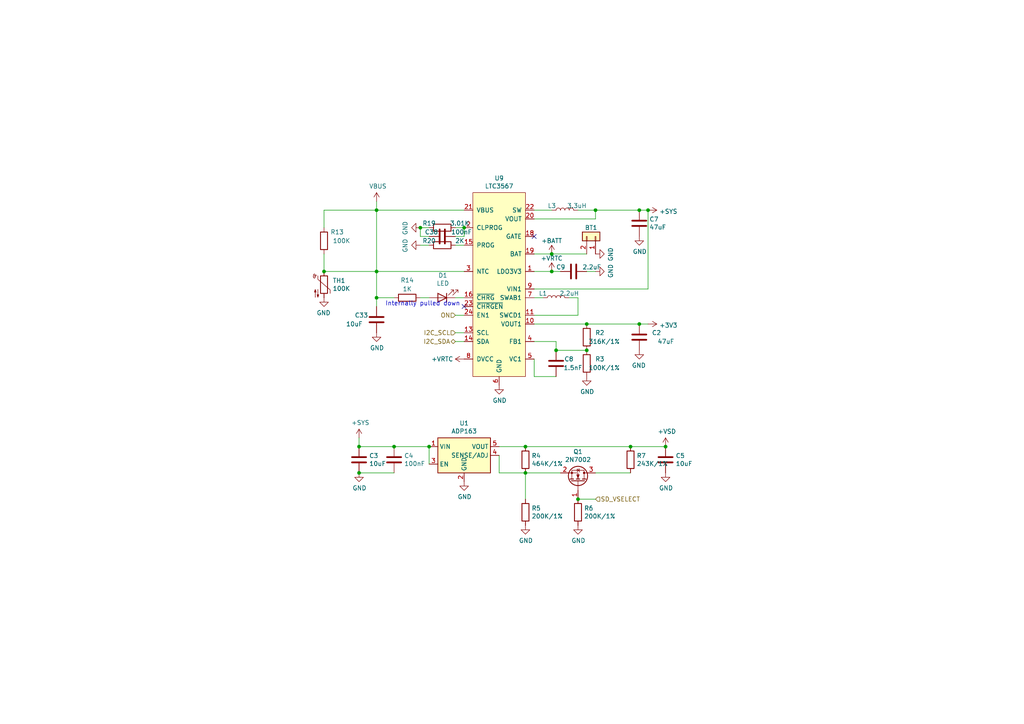
<source format=kicad_sch>
(kicad_sch (version 20210126) (generator eeschema)
  (paper "A4")
  (title_block (title "SitinaNe") (rev "R0.2") (company "Wenting"))
  (lib_symbols
    (symbol "Connector_Generic:Conn_01x02" (pin_names (offset 1.016) hide)
      (property "Reference" "J" (at 0 2.54 0))
      (property "Value" "Conn_01x02" (at 0 -5.08 0))
      (symbol "Conn_01x02_1_1"
        (rectangle (start -1.27 -2.413) (end 0 -2.667) (stroke (width 0.1524)))
        (rectangle (start -1.27 0.127) (end 0 -0.127) (stroke (width 0.1524)))
        (rectangle (start -1.27 1.27) (end 1.27 -3.81) (stroke (width 0.254)) (fill (type background)))
        (pin passive line (at -5.08 0 0) (length 3.81) (name "Pin_1") (number "1"))
        (pin passive line (at -5.08 -2.54 0) (length 3.81) (name "Pin_2") (number "2"))
      )
    )
    (symbol "Device:C" (pin_numbers hide) (pin_names (offset 0.254))
      (property "Reference" "C" (at 0.635 2.54 0))
      (property "Value" "C" (at 0.635 -2.54 0))
      (symbol "C_0_1"
        (polyline (pts (xy -2.032 -0.762) (xy 2.032 -0.762)) (stroke (width 0.508)))
        (polyline (pts (xy -2.032 0.762) (xy 2.032 0.762)) (stroke (width 0.508)))
      )
      (symbol "C_1_1"
        (pin passive line (at 0 3.81 270) (length 2.794) (name "~") (number "1"))
        (pin passive line (at 0 -3.81 90) (length 2.794) (name "~") (number "2"))
      )
    )
    (symbol "Device:L" (pin_numbers hide) (pin_names (offset 1.016) hide)
      (property "Reference" "L" (at -1.27 0 90))
      (property "Value" "L" (at 1.905 0 90))
      (symbol "L_0_1"
        (arc (start 0 -2.54) (end 0 -1.27) (radius (at 0 -1.905) (length 0.635) (angles -89.9 89.9)))
        (arc (start 0 -1.27) (end 0 0) (radius (at 0 -0.635) (length 0.635) (angles -89.9 89.9)))
        (arc (start 0 0) (end 0 1.27) (radius (at 0 0.635) (length 0.635) (angles -89.9 89.9)))
        (arc (start 0 1.27) (end 0 2.54) (radius (at 0 1.905) (length 0.635) (angles -89.9 89.9)))
      )
      (symbol "L_1_1"
        (pin passive line (at 0 3.81 270) (length 1.27) (name "1") (number "1"))
        (pin passive line (at 0 -3.81 90) (length 1.27) (name "2") (number "2"))
      )
    )
    (symbol "Device:LED" (pin_numbers hide) (pin_names (offset 1.016) hide)
      (property "Reference" "D" (at 0 2.54 0))
      (property "Value" "LED" (at 0 -2.54 0))
      (symbol "LED_0_1"
        (polyline (pts (xy -1.27 -1.27) (xy -1.27 1.27)) (stroke (width 0.254)))
        (polyline (pts (xy -1.27 0) (xy 1.27 0)))
        (polyline (pts (xy 1.27 -1.27) (xy 1.27 1.27) (xy -1.27 0) (xy 1.27 -1.27)) (stroke (width 0.254)))
        (polyline (pts (xy -3.048 -0.762) (xy -4.572 -2.286) (xy -3.81 -2.286) (xy -4.572 -2.286) (xy -4.572 -1.524)))
        (polyline (pts (xy -1.778 -0.762) (xy -3.302 -2.286) (xy -2.54 -2.286) (xy -3.302 -2.286) (xy -3.302 -1.524)))
      )
      (symbol "LED_1_1"
        (pin passive line (at -3.81 0 0) (length 2.54) (name "K") (number "1"))
        (pin passive line (at 3.81 0 180) (length 2.54) (name "A") (number "2"))
      )
    )
    (symbol "Device:R" (pin_numbers hide) (pin_names (offset 0))
      (property "Reference" "R" (at 2.032 0 90))
      (property "Value" "R" (at 0 0 90))
      (symbol "R_0_1"
        (rectangle (start -1.016 -2.54) (end 1.016 2.54) (stroke (width 0.254)))
      )
      (symbol "R_1_1"
        (pin passive line (at 0 3.81 270) (length 1.27) (name "~") (number "1"))
        (pin passive line (at 0 -3.81 90) (length 1.27) (name "~") (number "2"))
      )
    )
    (symbol "Device:Thermistor_NTC" (pin_numbers hide) (pin_names (offset 0))
      (property "Reference" "TH" (at -4.445 0 90))
      (property "Value" "Thermistor_NTC" (at 3.175 0 90))
      (symbol "Thermistor_NTC_0_1"
        (arc (start -3.048 2.159) (end -3.175 2.413) (radius (at -3.2004 2.2352) (length 0.1778) (angles -26.5 81.8)))
        (arc (start -3.048 2.159) (end -2.794 1.905) (radius (at -2.794 2.159) (length 0.254) (angles 180 -90)))
        (arc (start -2.794 1.905) (end -2.54 2.159) (radius (at -2.794 2.159) (length 0.254) (angles -90 0)))
        (arc (start -2.54 2.794) (end -2.794 3.048) (radius (at -2.794 2.794) (length 0.254) (angles 0 90)))
        (arc (start -2.794 3.048) (end -3.048 2.794) (radius (at -2.794 2.794) (length 0.254) (angles 90 180)))
        (arc (start -3.048 2.794) (end -2.794 2.54) (radius (at -2.794 2.794) (length 0.254) (angles 180 -90)))
        (arc (start -2.794 2.54) (end -2.159 2.794) (radius (at -2.6416 3.0226) (length 0.508) (angles -107.5 -25.3)))
        (rectangle (start -1.016 2.54) (end 1.016 -2.54) (stroke (width 0.254)))
        (polyline (pts (xy -2.54 2.159) (xy -2.54 2.794)))
        (polyline (pts (xy -1.778 2.54) (xy -1.778 1.524) (xy 1.778 -1.524) (xy 1.778 -2.54)))
        (polyline (pts (xy -2.54 -3.683) (xy -2.54 -1.397) (xy -2.794 -2.159) (xy -2.286 -2.159) (xy -2.54 -1.397) (xy -2.54 -1.651)) (fill (type outline)))
        (polyline (pts (xy -1.778 -1.397) (xy -1.778 -3.683) (xy -2.032 -2.921) (xy -1.524 -2.921) (xy -1.778 -3.683) (xy -1.778 -3.429)) (fill (type outline)))
      )
      (symbol "Thermistor_NTC_1_1"
        (pin passive line (at 0 3.81 270) (length 1.27) (name "~") (number "1"))
        (pin passive line (at 0 -3.81 90) (length 1.27) (name "~") (number "2"))
      )
    )
    (symbol "Regulator_Linear:ADP7142AUJZ"
      (property "Reference" "U" (at 0 8.89 0))
      (property "Value" "ADP7142AUJZ" (at 0 6.35 0))
      (symbol "ADP7142AUJZ_0_1"
        (rectangle (start -7.62 5.08) (end 7.62 -5.08) (stroke (width 0.254)) (fill (type background)))
      )
      (symbol "ADP7142AUJZ_1_1"
        (pin power_in line (at -10.16 2.54 0) (length 2.54) (name "VIN") (number "1"))
        (pin power_in line (at 0 -7.62 90) (length 2.54) (name "GND") (number "2"))
        (pin input line (at -10.16 -2.54 0) (length 2.54) (name "EN") (number "3"))
        (pin input line (at 10.16 0 180) (length 2.54) (name "SENSE/ADJ") (number "4"))
        (pin power_out line (at 10.16 2.54 180) (length 2.54) (name "VOUT") (number "5"))
      )
    )
    (symbol "Sitina:+SYS" (power) (pin_names (offset 0))
      (property "Value" "+SYS" (at 0 3.556 0))
      (symbol "+SYS_0_1"
        (polyline (pts (xy -0.762 1.27) (xy 0 2.54)))
        (polyline (pts (xy 0 0) (xy 0 2.54)))
        (polyline (pts (xy 0 2.54) (xy 0.762 1.27)))
      )
      (symbol "+SYS_1_1"
        (pin power_in line (at 0 0 90) (length 0) hide (name "+SYS") (number "1"))
      )
    )
    (symbol "Sitina:+VRTC" (power) (pin_names (offset 0))
      (property "Value" "+VRTC" (at 0 3.556 0))
      (symbol "+VRTC_0_1"
        (polyline (pts (xy -0.762 1.27) (xy 0 2.54)))
        (polyline (pts (xy 0 0) (xy 0 2.54)))
        (polyline (pts (xy 0 2.54) (xy 0.762 1.27)))
      )
      (symbol "+VRTC_1_1"
        (pin power_in line (at 0 0 90) (length 0) hide (name "+VRTC") (number "1"))
      )
    )
    (symbol "Sitina:+VSD" (power) (pin_names (offset 0))
      (property "Value" "+VSD" (at 0 3.556 0))
      (symbol "+VSD_0_1"
        (polyline (pts (xy -0.762 1.27) (xy 0 2.54)))
        (polyline (pts (xy 0 0) (xy 0 2.54)))
        (polyline (pts (xy 0 2.54) (xy 0.762 1.27)))
      )
      (symbol "+VSD_1_1"
        (pin power_in line (at 0 0 90) (length 0) hide (name "+VSD") (number "1"))
      )
    )
    (symbol "Sitina:LTC3567" (pin_names (offset 1.016))
      (property "Reference" "U" (at 0 0 0))
      (property "Value" "LTC3567" (at 0 -2.54 0))
      (symbol "LTC3567_0_1"
        (rectangle (start -7.62 -5.08) (end 7.62 -58.42) (fill (type background)))
      )
      (symbol "LTC3567_1_1"
        (pin output line (at 10.16 -27.94 180) (length 2.54) (name "LDO3V3") (number "1"))
        (pin output line (at 10.16 -43.18 180) (length 2.54) (name "VOUT1") (number "10"))
        (pin input line (at 10.16 -40.64 180) (length 2.54) (name "SWCD1") (number "11"))
        (pin power_in line (at 0 -60.96 90) (length 2.54) hide (name "GND") (number "12"))
        (pin open_collector line (at -10.16 -45.72 0) (length 2.54) (name "SCL") (number "13"))
        (pin open_collector line (at -10.16 -48.26 0) (length 2.54) (name "SDA") (number "14"))
        (pin input line (at -10.16 -20.32 0) (length 2.54) (name "PROG") (number "15"))
        (pin output line (at -10.16 -35.56 0) (length 2.54) (name "~CHRG") (number "16"))
        (pin power_in line (at 0 -60.96 90) (length 2.54) hide (name "GND") (number "17"))
        (pin output line (at 10.16 -17.78 180) (length 2.54) (name "GATE") (number "18"))
        (pin input line (at 10.16 -22.86 180) (length 2.54) (name "BAT") (number "19"))
        (pin input line (at -10.16 -15.24 0) (length 2.54) (name "CLPROG") (number "2"))
        (pin output line (at 10.16 -12.7 180) (length 2.54) (name "VOUT") (number "20"))
        (pin input line (at -10.16 -10.16 0) (length 2.54) (name "VBUS") (number "21"))
        (pin output line (at 10.16 -10.16 180) (length 2.54) (name "SW") (number "22"))
        (pin input line (at -10.16 -38.1 0) (length 2.54) (name "~CHRGEN") (number "23"))
        (pin input line (at -10.16 -40.64 0) (length 2.54) (name "EN1") (number "24"))
        (pin power_in line (at 0 -60.96 90) (length 2.54) hide (name "GND") (number "25"))
        (pin input line (at -10.16 -27.94 0) (length 2.54) (name "NTC") (number "3"))
        (pin input line (at 10.16 -48.26 180) (length 2.54) (name "FB1") (number "4"))
        (pin input line (at 10.16 -53.34 180) (length 2.54) (name "VC1") (number "5"))
        (pin power_in line (at 0 -60.96 90) (length 2.54) (name "GND") (number "6"))
        (pin input line (at 10.16 -35.56 180) (length 2.54) (name "SWAB1") (number "7"))
        (pin input line (at -10.16 -53.34 0) (length 2.54) (name "DVCC") (number "8"))
        (pin input line (at 10.16 -33.02 180) (length 2.54) (name "VIN1") (number "9"))
      )
    )
    (symbol "Transistor_FET:2N7002" (pin_names hide)
      (property "Reference" "Q" (at 5.08 1.905 0))
      (property "Value" "2N7002" (at 5.08 0 0))
      (symbol "2N7002_0_1"
        (circle (center 1.651 0) (radius 2.794) (stroke (width 0.254)))
        (circle (center 2.54 -1.778) (radius 0.254) (fill (type outline)))
        (circle (center 2.54 1.778) (radius 0.254) (fill (type outline)))
        (polyline (pts (xy 0.254 0) (xy -2.54 0)))
        (polyline (pts (xy 0.254 1.905) (xy 0.254 -1.905)) (stroke (width 0.254)))
        (polyline (pts (xy 0.762 -1.27) (xy 0.762 -2.286)) (stroke (width 0.254)))
        (polyline (pts (xy 0.762 0.508) (xy 0.762 -0.508)) (stroke (width 0.254)))
        (polyline (pts (xy 0.762 2.286) (xy 0.762 1.27)) (stroke (width 0.254)))
        (polyline (pts (xy 2.54 2.54) (xy 2.54 1.778)))
        (polyline (pts (xy 2.54 -2.54) (xy 2.54 0) (xy 0.762 0)))
        (polyline (pts (xy 0.762 -1.778) (xy 3.302 -1.778) (xy 3.302 1.778) (xy 0.762 1.778)))
        (polyline (pts (xy 2.794 0.508) (xy 2.921 0.381) (xy 3.683 0.381) (xy 3.81 0.254)))
        (polyline (pts (xy 3.302 0.381) (xy 2.921 -0.254) (xy 3.683 -0.254) (xy 3.302 0.381)))
        (polyline (pts (xy 1.016 0) (xy 2.032 0.381) (xy 2.032 -0.381) (xy 1.016 0)) (fill (type outline)))
      )
      (symbol "2N7002_1_1"
        (pin input line (at -5.08 0 0) (length 2.54) (name "G") (number "1"))
        (pin passive line (at 2.54 -5.08 90) (length 2.54) (name "S") (number "2"))
        (pin passive line (at 2.54 5.08 270) (length 2.54) (name "D") (number "3"))
      )
    )
    (symbol "power:+3V3" (power) (pin_names (offset 0))
      (property "Value" "+3V3" (at 0 3.556 0))
      (symbol "+3V3_0_1"
        (polyline (pts (xy -0.762 1.27) (xy 0 2.54)))
        (polyline (pts (xy 0 0) (xy 0 2.54)))
        (polyline (pts (xy 0 2.54) (xy 0.762 1.27)))
      )
      (symbol "+3V3_1_1"
        (pin power_in line (at 0 0 90) (length 0) hide (name "+3V3") (number "1"))
      )
    )
    (symbol "power:+BATT" (power) (pin_names (offset 0))
      (property "Value" "+BATT" (at 0 3.556 0))
      (symbol "+BATT_0_1"
        (polyline (pts (xy -0.762 1.27) (xy 0 2.54)))
        (polyline (pts (xy 0 0) (xy 0 2.54)))
        (polyline (pts (xy 0 2.54) (xy 0.762 1.27)))
      )
      (symbol "+BATT_1_1"
        (pin power_in line (at 0 0 90) (length 0) hide (name "+BATT") (number "1"))
      )
    )
    (symbol "power:GND" (power) (pin_names (offset 0))
      (property "Value" "GND" (at 0 -3.81 0))
      (symbol "GND_0_1"
        (polyline (pts (xy 0 0) (xy 0 -1.27) (xy 1.27 -1.27) (xy 0 -2.54) (xy -1.27 -1.27) (xy 0 -1.27)))
      )
      (symbol "GND_1_1"
        (pin power_in line (at 0 0 270) (length 0) hide (name "GND") (number "1"))
      )
    )
    (symbol "power:VBUS" (power) (pin_names (offset 0))
      (property "Value" "VBUS" (at 0 3.81 0))
      (symbol "VBUS_0_1"
        (polyline (pts (xy -0.762 1.27) (xy 0 2.54)))
        (polyline (pts (xy 0 0) (xy 0 2.54)))
        (polyline (pts (xy 0 2.54) (xy 0.762 1.27)))
      )
      (symbol "VBUS_1_1"
        (pin power_in line (at 0 0 90) (length 0) hide (name "VBUS") (number "1"))
      )
    )
  )
  (junction (at 93.98 78.74) (diameter 0.9144))
  (junction (at 104.14 129.54) (diameter 0.9144))
  (junction (at 104.14 137.16) (diameter 0.9144))
  (junction (at 109.22 60.96) (diameter 0.9144))
  (junction (at 109.22 78.74) (diameter 0.9144))
  (junction (at 109.22 86.36) (diameter 0.9144))
  (junction (at 114.3 129.54) (diameter 0.9144))
  (junction (at 121.92 66.04) (diameter 0.9144))
  (junction (at 124.46 129.54) (diameter 0.9144))
  (junction (at 134.62 66.04) (diameter 0.9144))
  (junction (at 152.4 129.54) (diameter 0.9144))
  (junction (at 152.4 137.16) (diameter 0.9144))
  (junction (at 160.02 73.66) (diameter 0.9144))
  (junction (at 160.02 78.74) (diameter 0.9144))
  (junction (at 161.29 101.6) (diameter 0.9144))
  (junction (at 167.64 144.78) (diameter 0.9144))
  (junction (at 170.18 93.98) (diameter 0.9144))
  (junction (at 170.18 101.6) (diameter 0.9144))
  (junction (at 172.72 60.96) (diameter 0.9144))
  (junction (at 182.88 129.54) (diameter 0.9144))
  (junction (at 185.42 60.96) (diameter 0.9144))
  (junction (at 185.42 93.98) (diameter 0.9144))
  (junction (at 187.96 60.96) (diameter 0.9144))
  (junction (at 193.04 129.54) (diameter 0.9144))
  (no_connect (at 134.62 88.9))
  (no_connect (at 154.94 68.58))
  (wire (pts (xy 93.98 60.96) (xy 109.22 60.96)))
  (wire (pts (xy 93.98 66.04) (xy 93.98 60.96)))
  (wire (pts (xy 93.98 78.74) (xy 93.98 73.66)))
  (wire (pts (xy 93.98 78.74) (xy 109.22 78.74)))
  (wire (pts (xy 104.14 127) (xy 104.14 129.54)))
  (wire (pts (xy 104.14 129.54) (xy 114.3 129.54)))
  (wire (pts (xy 109.22 58.42) (xy 109.22 60.96)))
  (wire (pts (xy 109.22 60.96) (xy 109.22 78.74)))
  (wire (pts (xy 109.22 60.96) (xy 134.62 60.96)))
  (wire (pts (xy 109.22 78.74) (xy 109.22 86.36)))
  (wire (pts (xy 109.22 78.74) (xy 134.62 78.74)))
  (wire (pts (xy 109.22 86.36) (xy 114.3 86.36)))
  (wire (pts (xy 109.22 88.9) (xy 109.22 86.36)))
  (wire (pts (xy 114.3 129.54) (xy 124.46 129.54)))
  (wire (pts (xy 114.3 137.16) (xy 104.14 137.16)))
  (wire (pts (xy 121.92 66.04) (xy 124.46 66.04)))
  (wire (pts (xy 121.92 68.58) (xy 121.92 66.04)))
  (wire (pts (xy 121.92 71.12) (xy 124.46 71.12)))
  (wire (pts (xy 121.92 86.36) (xy 124.46 86.36)))
  (wire (pts (xy 124.46 68.58) (xy 121.92 68.58)))
  (wire (pts (xy 124.46 129.54) (xy 124.46 134.62)))
  (wire (pts (xy 132.08 66.04) (xy 134.62 66.04)))
  (wire (pts (xy 132.08 68.58) (xy 134.62 68.58)))
  (wire (pts (xy 132.08 71.12) (xy 134.62 71.12)))
  (wire (pts (xy 132.08 86.36) (xy 134.62 86.36)))
  (wire (pts (xy 132.08 91.44) (xy 134.62 91.44)))
  (wire (pts (xy 132.08 96.52) (xy 134.62 96.52)))
  (wire (pts (xy 132.08 99.06) (xy 134.62 99.06)))
  (wire (pts (xy 134.62 66.04) (xy 134.62 68.58)))
  (wire (pts (xy 144.78 129.54) (xy 152.4 129.54)))
  (wire (pts (xy 144.78 132.08) (xy 144.78 137.16)))
  (wire (pts (xy 144.78 137.16) (xy 152.4 137.16)))
  (wire (pts (xy 152.4 129.54) (xy 182.88 129.54)))
  (wire (pts (xy 152.4 144.78) (xy 152.4 137.16)))
  (wire (pts (xy 154.94 63.5) (xy 172.72 63.5)))
  (wire (pts (xy 154.94 78.74) (xy 160.02 78.74)))
  (wire (pts (xy 154.94 86.36) (xy 157.48 86.36)))
  (wire (pts (xy 154.94 99.06) (xy 161.29 99.06)))
  (wire (pts (xy 154.94 104.14) (xy 154.94 109.22)))
  (wire (pts (xy 154.94 109.22) (xy 161.29 109.22)))
  (wire (pts (xy 160.02 60.96) (xy 154.94 60.96)))
  (wire (pts (xy 160.02 73.66) (xy 154.94 73.66)))
  (wire (pts (xy 160.02 73.66) (xy 170.18 73.66)))
  (wire (pts (xy 160.02 78.74) (xy 162.56 78.74)))
  (wire (pts (xy 161.29 99.06) (xy 161.29 101.6)))
  (wire (pts (xy 162.56 137.16) (xy 152.4 137.16)))
  (wire (pts (xy 165.1 86.36) (xy 167.64 86.36)))
  (wire (pts (xy 167.64 60.96) (xy 172.72 60.96)))
  (wire (pts (xy 167.64 86.36) (xy 167.64 91.44)))
  (wire (pts (xy 167.64 91.44) (xy 154.94 91.44)))
  (wire (pts (xy 170.18 78.74) (xy 172.72 78.74)))
  (wire (pts (xy 170.18 93.98) (xy 154.94 93.98)))
  (wire (pts (xy 170.18 93.98) (xy 185.42 93.98)))
  (wire (pts (xy 170.18 101.6) (xy 161.29 101.6)))
  (wire (pts (xy 172.72 60.96) (xy 185.42 60.96)))
  (wire (pts (xy 172.72 63.5) (xy 172.72 60.96)))
  (wire (pts (xy 172.72 137.16) (xy 182.88 137.16)))
  (wire (pts (xy 172.72 144.78) (xy 167.64 144.78)))
  (wire (pts (xy 182.88 129.54) (xy 193.04 129.54)))
  (wire (pts (xy 187.96 60.96) (xy 185.42 60.96)))
  (wire (pts (xy 187.96 60.96) (xy 187.96 83.82)))
  (wire (pts (xy 187.96 83.82) (xy 154.94 83.82)))
  (wire (pts (xy 187.96 93.98) (xy 185.42 93.98)))
  (text "Internally pulled down" (at 111.76 88.9 0) (effects (font (size 1.27 1.27)) (justify left bottom)))
  (hierarchical_label "ON" (shape input) (at 132.08 91.44 180))
  (hierarchical_label "I2C_SCL" (shape input) (at 132.08 96.52 180))
  (hierarchical_label "I2C_SDA" (shape bidirectional) (at 132.08 99.06 180))
  (hierarchical_label "SD_VSELECT" (shape input) (at 172.72 144.78 0))
  (symbol (lib_id "Sitina:+SYS") (at 104.14 127 0) (unit 1)
    (property "Reference" "#PWR0159" (effects hide))
    (property "Value" "+SYS" (at 104.521 122.6058 0))
  )
  (symbol (lib_id "power:VBUS") (at 109.22 58.42 0) (unit 1)
    (property "Reference" "#PWR0245" (effects hide))
    (property "Value" "VBUS" (at 109.601 54.0258 0))
  )
  (symbol (lib_id "Sitina:+VRTC") (at 134.62 104.14 90) (unit 1)
    (property "Reference" "#PWR0244" (effects hide))
    (property "Value" "+VRTC" (at 128.27 104.14 90))
  )
  (symbol (lib_id "power:+BATT") (at 160.02 73.66 0) (mirror y) (unit 1)
    (property "Reference" "#PWR0133" (effects hide))
    (property "Value" "+BATT" (at 160.02 69.85 0))
  )
  (symbol (lib_id "Sitina:+VRTC") (at 160.02 78.74 0) (unit 1)
    (property "Reference" "#PWR0241" (effects hide))
    (property "Value" "+VRTC" (at 160.02 74.93 0))
  )
  (symbol (lib_id "Sitina:+SYS") (at 187.96 60.96 270) (unit 1)
    (property "Reference" "#PWR0240" (effects hide))
    (property "Value" "+SYS" (at 191.2112 61.341 90) (effects (justify left)))
  )
  (symbol (lib_id "power:+3V3") (at 187.96 93.98 270) (unit 1)
    (property "Reference" "#PWR0242" (effects hide))
    (property "Value" "+3V3" (at 191.2112 94.361 90) (effects (justify left)))
  )
  (symbol (lib_id "Sitina:+VSD") (at 193.04 129.54 0) (unit 1)
    (property "Reference" "#PWR0157" (effects hide))
    (property "Value" "+VSD" (at 193.421 125.1458 0))
  )
  (symbol (lib_id "power:GND") (at 93.98 86.36 0) (mirror y) (unit 1)
    (property "Reference" "#PWR0249" (effects hide))
    (property "Value" "GND" (at 93.853 90.7542 0))
  )
  (symbol (lib_id "power:GND") (at 104.14 137.16 0) (unit 1)
    (property "Reference" "#PWR0136" (effects hide))
    (property "Value" "GND" (at 104.267 141.5542 0))
  )
  (symbol (lib_id "power:GND") (at 109.22 96.52 0) (unit 1)
    (property "Reference" "#PWR0246" (effects hide))
    (property "Value" "GND" (at 109.347 100.9142 0))
  )
  (symbol (lib_id "power:GND") (at 121.92 66.04 270) (unit 1)
    (property "Reference" "#PWR0247" (effects hide))
    (property "Value" "GND" (at 117.5258 66.167 0))
  )
  (symbol (lib_id "power:GND") (at 121.92 71.12 270) (unit 1)
    (property "Reference" "#PWR0248" (effects hide))
    (property "Value" "GND" (at 117.5258 71.247 0))
  )
  (symbol (lib_id "power:GND") (at 134.62 139.7 0) (unit 1)
    (property "Reference" "#PWR0131" (effects hide))
    (property "Value" "GND" (at 134.747 144.0942 0))
  )
  (symbol (lib_id "power:GND") (at 144.78 111.76 0) (unit 1)
    (property "Reference" "#PWR0250" (effects hide))
    (property "Value" "GND" (at 144.907 116.1542 0))
  )
  (symbol (lib_id "power:GND") (at 152.4 152.4 0) (unit 1)
    (property "Reference" "#PWR0149" (effects hide))
    (property "Value" "GND" (at 152.527 156.7942 0))
  )
  (symbol (lib_id "power:GND") (at 167.64 152.4 0) (unit 1)
    (property "Reference" "#PWR0156" (effects hide))
    (property "Value" "GND" (at 167.767 156.7942 0))
  )
  (symbol (lib_id "power:GND") (at 170.18 109.22 0) (unit 1)
    (property "Reference" "#PWR0243" (effects hide))
    (property "Value" "GND" (at 170.307 113.6142 0))
  )
  (symbol (lib_id "power:GND") (at 172.72 73.66 90) (mirror x) (unit 1)
    (property "Reference" "#PWR0145" (effects hide))
    (property "Value" "GND" (at 177.1142 73.787 0))
  )
  (symbol (lib_id "power:GND") (at 172.72 78.74 90) (unit 1)
    (property "Reference" "#PWR0151" (effects hide))
    (property "Value" "GND" (at 177.1142 78.613 0))
  )
  (symbol (lib_id "power:GND") (at 185.42 68.58 0) (unit 1)
    (property "Reference" "#PWR0147" (effects hide))
    (property "Value" "GND" (at 185.547 72.9742 0))
  )
  (symbol (lib_id "power:GND") (at 185.42 101.6 0) (mirror y) (unit 1)
    (property "Reference" "#PWR0146" (effects hide))
    (property "Value" "GND" (at 185.293 105.9942 0))
  )
  (symbol (lib_id "power:GND") (at 193.04 137.16 0) (unit 1)
    (property "Reference" "#PWR0158" (effects hide))
    (property "Value" "GND" (at 193.167 141.5542 0))
  )
  (symbol (lib_id "Device:L") (at 161.29 86.36 270) (mirror x) (unit 1)
    (property "Reference" "L1" (at 157.48 85.09 90))
    (property "Value" "2.2uH" (at 165.1 85.09 90))
    (property "Footprint" "Inductor_SMD:L_Vishay_IHLP-1212" (effects hide))
  )
  (symbol (lib_id "Device:L") (at 163.83 60.96 90) (unit 1)
    (property "Reference" "L3" (at 161.29 59.69 90) (effects (justify left)))
    (property "Value" "3.3uH" (at 170.18 59.69 90) (effects (justify left)))
    (property "Footprint" "Inductor_SMD:L_Vishay_IHLP-1212" (effects hide))
  )
  (symbol (lib_id "Device:R") (at 93.98 69.85 180) (unit 1)
    (property "Reference" "R13" (at 97.79 67.31 0))
    (property "Value" "100K" (at 99.06 69.85 0))
    (property "Footprint" "Resistor_SMD:R_0402_1005Metric" (effects hide))
  )
  (symbol (lib_id "Device:R") (at 118.11 86.36 270) (unit 1)
    (property "Reference" "R14" (at 118.11 81.28 90))
    (property "Value" "1K" (at 118.11 83.82 90))
    (property "Footprint" "Resistor_SMD:R_0402_1005Metric" (effects hide))
  )
  (symbol (lib_id "Device:R") (at 128.27 66.04 90) (unit 1)
    (property "Reference" "R19" (at 124.46 64.77 90))
    (property "Value" "3.01K" (at 133.35 64.77 90))
    (property "Footprint" "Resistor_SMD:R_0402_1005Metric" (effects hide))
  )
  (symbol (lib_id "Device:R") (at 128.27 71.12 90) (unit 1)
    (property "Reference" "R20" (at 124.46 69.85 90))
    (property "Value" "2K" (at 133.35 69.85 90))
    (property "Footprint" "Resistor_SMD:R_0402_1005Metric" (effects hide))
  )
  (symbol (lib_id "Device:R") (at 152.4 133.35 0) (unit 1)
    (property "Reference" "R4" (at 154.178 132.1816 0) (effects (justify left)))
    (property "Value" "464K/1%" (at 154.178 134.493 0) (effects (justify left)))
    (property "Footprint" "Resistor_SMD:R_0402_1005Metric" (effects hide))
  )
  (symbol (lib_id "Device:R") (at 152.4 148.59 0) (unit 1)
    (property "Reference" "R5" (at 154.178 147.4216 0) (effects (justify left)))
    (property "Value" "200K/1%" (at 154.178 149.733 0) (effects (justify left)))
    (property "Footprint" "Resistor_SMD:R_0402_1005Metric" (effects hide))
  )
  (symbol (lib_id "Device:R") (at 167.64 148.59 0) (unit 1)
    (property "Reference" "R6" (at 169.418 147.4216 0) (effects (justify left)))
    (property "Value" "200K/1%" (at 169.418 149.733 0) (effects (justify left)))
    (property "Footprint" "Resistor_SMD:R_0402_1005Metric" (effects hide))
  )
  (symbol (lib_id "Device:R") (at 170.18 97.79 180) (unit 1)
    (property "Reference" "R2" (at 173.99 96.52 0))
    (property "Value" "316K/1%" (at 175.26 99.06 0))
    (property "Footprint" "Resistor_SMD:R_0402_1005Metric" (effects hide))
  )
  (symbol (lib_id "Device:R") (at 170.18 105.41 180) (unit 1)
    (property "Reference" "R3" (at 173.99 104.14 0))
    (property "Value" "100K/1%" (at 175.26 106.68 0))
    (property "Footprint" "Resistor_SMD:R_0402_1005Metric" (effects hide))
  )
  (symbol (lib_id "Device:R") (at 182.88 133.35 0) (unit 1)
    (property "Reference" "R7" (at 184.658 132.1816 0) (effects (justify left)))
    (property "Value" "243K/1%" (at 184.658 134.493 0) (effects (justify left)))
    (property "Footprint" "Resistor_SMD:R_0402_1005Metric" (effects hide))
  )
  (symbol (lib_id "Device:LED") (at 128.27 86.36 180) (unit 1)
    (property "Reference" "D1" (at 128.4478 79.883 0))
    (property "Value" "LED" (at 128.4478 82.1944 0))
    (property "Footprint" "LED_SMD:LED_0603_1608Metric" (effects hide))
  )
  (symbol (lib_id "Connector_Generic:Conn_01x02") (at 172.72 68.58 270) (mirror x) (unit 1)
    (property "Reference" "BT1" (at 171.45 66.04 90))
    (property "Value" "Conn_01x02" (effects hide))
    (property "Footprint" "Connector_Molex:Molex_PicoBlade_53261-0271_1x02-1MP_P1.25mm_Horizontal" (effects hide))
  )
  (symbol (lib_id "Device:C") (at 104.14 133.35 0) (unit 1)
    (property "Reference" "C3" (at 107.061 132.1816 0) (effects (justify left)))
    (property "Value" "10uF" (at 107.061 134.493 0) (effects (justify left)))
    (property "Footprint" "Capacitor_SMD:C_0603_1608Metric" (effects hide))
  )
  (symbol (lib_id "Device:C") (at 109.22 92.71 0) (unit 1)
    (property "Reference" "C33" (at 102.87 91.44 0) (effects (justify left)))
    (property "Value" "10uF" (at 100.33 93.98 0) (effects (justify left)))
    (property "Footprint" "Capacitor_SMD:C_0603_1608Metric" (effects hide))
  )
  (symbol (lib_id "Device:C") (at 114.3 133.35 0) (unit 1)
    (property "Reference" "C4" (at 117.221 132.1816 0) (effects (justify left)))
    (property "Value" "100nF" (at 117.221 134.493 0) (effects (justify left)))
    (property "Footprint" "Capacitor_SMD:C_0402_1005Metric" (effects hide))
  )
  (symbol (lib_id "Device:C") (at 128.27 68.58 270) (unit 1)
    (property "Reference" "C38" (at 123.19 67.31 90) (effects (justify left)))
    (property "Value" "100nF" (at 130.81 67.31 90) (effects (justify left)))
    (property "Footprint" "Capacitor_SMD:C_0402_1005Metric" (effects hide))
  )
  (symbol (lib_id "Device:C") (at 161.29 105.41 0) (mirror y) (unit 1)
    (property "Reference" "C8" (at 166.37 104.14 0) (effects (justify left)))
    (property "Value" "1.5nF" (at 168.91 106.68 0) (effects (justify left)))
    (property "Footprint" "Capacitor_SMD:C_0402_1005Metric" (effects hide))
  )
  (symbol (lib_id "Device:C") (at 166.37 78.74 270) (unit 1)
    (property "Reference" "C9" (at 161.29 77.47 90) (effects (justify left)))
    (property "Value" "2.2uF" (at 168.91 77.47 90) (effects (justify left)))
    (property "Footprint" "Capacitor_SMD:C_0402_1005Metric" (effects hide))
  )
  (symbol (lib_id "Device:C") (at 185.42 64.77 0) (unit 1)
    (property "Reference" "C7" (at 188.341 63.6016 0) (effects (justify left)))
    (property "Value" "47uF" (at 188.341 65.913 0) (effects (justify left)))
    (property "Footprint" "Capacitor_SMD:C_0603_1608Metric" (effects hide))
  )
  (symbol (lib_id "Device:C") (at 185.42 97.79 0) (mirror y) (unit 1)
    (property "Reference" "C2" (at 191.77 96.52 0) (effects (justify left)))
    (property "Value" "47uF" (at 195.58 99.06 0) (effects (justify left)))
    (property "Footprint" "Capacitor_SMD:C_0603_1608Metric" (effects hide))
  )
  (symbol (lib_id "Device:C") (at 193.04 133.35 0) (unit 1)
    (property "Reference" "C5" (at 195.961 132.1816 0) (effects (justify left)))
    (property "Value" "10uF" (at 195.961 134.493 0) (effects (justify left)))
    (property "Footprint" "Capacitor_SMD:C_0603_1608Metric" (effects hide))
  )
  (symbol (lib_id "Device:Thermistor_NTC") (at 93.98 82.55 0) (unit 1)
    (property "Reference" "TH1" (at 96.4692 81.3816 0) (effects (justify left)))
    (property "Value" "100K" (at 96.4692 83.693 0) (effects (justify left)))
    (property "Footprint" "Resistor_SMD:R_0603_1608Metric" (effects hide))
  )
  (symbol (lib_id "Transistor_FET:2N7002") (at 167.64 139.7 270) (mirror x) (unit 1)
    (property "Reference" "Q1" (at 167.64 131.0132 90))
    (property "Value" "2N7002" (at 167.64 133.3246 90))
    (property "Footprint" "Package_TO_SOT_SMD:SOT-23" (effects hide))
    (property "Datasheet" "https://www.fairchildsemi.com/datasheets/2N/2N7002.pdf" (effects hide))
  )
  (symbol (lib_id "Regulator_Linear:ADP7142AUJZ") (at 134.62 132.08 0) (unit 1)
    (property "Reference" "U1" (at 134.62 122.7582 0))
    (property "Value" "ADP163" (at 134.62 125.0696 0))
    (property "Footprint" "Package_TO_SOT_SMD:TSOT-23-5" (effects hide))
    (property "Datasheet" "https://www.analog.com/media/en/technical-documentation/data-sheets/ADP7142.pdf" (effects hide))
  )
  (symbol (lib_id "Sitina:LTC3567") (at 144.78 50.8 0) (unit 1)
    (property "Reference" "U9" (at 144.78 51.689 0))
    (property "Value" "LTC3567" (at 144.78 54.0004 0))
    (property "Footprint" "Package_DFN_QFN:QFN-24-1EP_4x4mm_P0.5mm_EP2.6x2.6mm_ThermalVias" (effects hide))
    (property "Datasheet" "https://www.analog.com/media/en/technical-documentation/data-sheets/3567f.pdf" (effects hide))
  )
)
</source>
